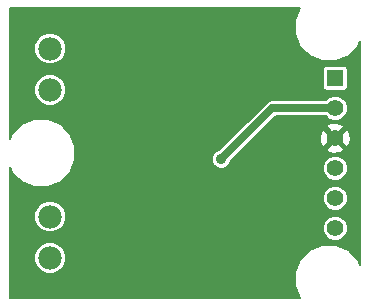
<source format=gbl>
%FSLAX46Y46*%
G04 Gerber Fmt 4.6, Leading zero omitted, Abs format (unit mm)*
G04 Created by KiCad (PCBNEW (2014-07-09 BZR 4988)-product) date Wed 13 Aug 2014 10:14:38 AM PDT*
%MOMM*%
G01*
G04 APERTURE LIST*
%ADD10C,0.050000*%
%ADD11R,1.397000X1.397000*%
%ADD12C,1.397000*%
%ADD13C,1.968500*%
%ADD14C,0.889000*%
%ADD15C,0.635000*%
%ADD16C,0.203200*%
G04 APERTURE END LIST*
D10*
D11*
X129540000Y-95250000D03*
D12*
X129540000Y-97790000D03*
X129540000Y-100330000D03*
X129540000Y-102870000D03*
X129540000Y-105410000D03*
X129540000Y-107950000D03*
D13*
X105410000Y-92738000D03*
X105410000Y-96238000D03*
X105410000Y-106962000D03*
X105410000Y-110462000D03*
D14*
X119888000Y-102108000D03*
D15*
X129540000Y-97790000D02*
X124206000Y-97790000D01*
X124206000Y-97790000D02*
X119888000Y-102108000D01*
D16*
G36*
X131674400Y-111080552D02*
X131488201Y-110629917D01*
X130863958Y-110004583D01*
X130863958Y-100491124D01*
X130824838Y-99972202D01*
X130701519Y-99674484D01*
X130594283Y-99643530D01*
X130594283Y-97581246D01*
X130594100Y-97580803D01*
X130594100Y-96019233D01*
X130594100Y-95877767D01*
X130594100Y-94480767D01*
X130539963Y-94350069D01*
X130439931Y-94250037D01*
X130309233Y-94195900D01*
X130167767Y-94195900D01*
X128770767Y-94195900D01*
X128640069Y-94250037D01*
X128540037Y-94350069D01*
X128485900Y-94480767D01*
X128485900Y-94622233D01*
X128485900Y-96019233D01*
X128540037Y-96149931D01*
X128640069Y-96249963D01*
X128770767Y-96304100D01*
X128912233Y-96304100D01*
X130309233Y-96304100D01*
X130439931Y-96249963D01*
X130539963Y-96149931D01*
X130594100Y-96019233D01*
X130594100Y-97580803D01*
X130434144Y-97193680D01*
X130137879Y-96896899D01*
X129750593Y-96736083D01*
X129331246Y-96735717D01*
X128943680Y-96895856D01*
X128722251Y-97116900D01*
X124206000Y-97116900D01*
X123948416Y-97168137D01*
X123730046Y-97314046D01*
X123730043Y-97314049D01*
X119736325Y-101307766D01*
X119729548Y-101307761D01*
X119435372Y-101429313D01*
X119210104Y-101654188D01*
X119088039Y-101948152D01*
X119087761Y-102266452D01*
X119209313Y-102560628D01*
X119434188Y-102785896D01*
X119728152Y-102907961D01*
X120046452Y-102908239D01*
X120340628Y-102786687D01*
X120565896Y-102561812D01*
X120687961Y-102267848D01*
X120687967Y-102259940D01*
X124484807Y-98463100D01*
X128722502Y-98463100D01*
X128942121Y-98683101D01*
X129329407Y-98843917D01*
X129748754Y-98844283D01*
X130136320Y-98684144D01*
X130433101Y-98387879D01*
X130593917Y-98000593D01*
X130594283Y-97581246D01*
X130594283Y-99643530D01*
X130476107Y-99609419D01*
X130260581Y-99824945D01*
X130260581Y-99393893D01*
X130195516Y-99168481D01*
X129701124Y-99006042D01*
X129182202Y-99045162D01*
X128884484Y-99168481D01*
X128819419Y-99393893D01*
X129540000Y-100114474D01*
X130260581Y-99393893D01*
X130260581Y-99824945D01*
X129755526Y-100330000D01*
X130476107Y-101050581D01*
X130701519Y-100985516D01*
X130863958Y-100491124D01*
X130863958Y-110004583D01*
X130674367Y-109814661D01*
X130594283Y-109781407D01*
X130594283Y-107741246D01*
X130594283Y-105201246D01*
X130594283Y-102661246D01*
X130434144Y-102273680D01*
X130260581Y-102099814D01*
X130260581Y-101266107D01*
X129540000Y-100545526D01*
X129324474Y-100761052D01*
X129324474Y-100330000D01*
X128603893Y-99609419D01*
X128378481Y-99674484D01*
X128216042Y-100168876D01*
X128255162Y-100687798D01*
X128378481Y-100985516D01*
X128603893Y-101050581D01*
X129324474Y-100330000D01*
X129324474Y-100761052D01*
X128819419Y-101266107D01*
X128884484Y-101491519D01*
X129378876Y-101653958D01*
X129897798Y-101614838D01*
X130195516Y-101491519D01*
X130260581Y-101266107D01*
X130260581Y-102099814D01*
X130137879Y-101976899D01*
X129750593Y-101816083D01*
X129331246Y-101815717D01*
X128943680Y-101975856D01*
X128646899Y-102272121D01*
X128486083Y-102659407D01*
X128485717Y-103078754D01*
X128645856Y-103466320D01*
X128942121Y-103763101D01*
X129329407Y-103923917D01*
X129748754Y-103924283D01*
X130136320Y-103764144D01*
X130433101Y-103467879D01*
X130593917Y-103080593D01*
X130594283Y-102661246D01*
X130594283Y-105201246D01*
X130434144Y-104813680D01*
X130137879Y-104516899D01*
X129750593Y-104356083D01*
X129331246Y-104355717D01*
X128943680Y-104515856D01*
X128646899Y-104812121D01*
X128486083Y-105199407D01*
X128485717Y-105618754D01*
X128645856Y-106006320D01*
X128942121Y-106303101D01*
X129329407Y-106463917D01*
X129748754Y-106464283D01*
X130136320Y-106304144D01*
X130433101Y-106007879D01*
X130593917Y-105620593D01*
X130594283Y-105201246D01*
X130594283Y-107741246D01*
X130434144Y-107353680D01*
X130137879Y-107056899D01*
X129750593Y-106896083D01*
X129331246Y-106895717D01*
X128943680Y-107055856D01*
X128646899Y-107352121D01*
X128486083Y-107739407D01*
X128485717Y-108158754D01*
X128645856Y-108546320D01*
X128942121Y-108843101D01*
X129329407Y-109003917D01*
X129748754Y-109004283D01*
X130136320Y-108844144D01*
X130433101Y-108547879D01*
X130593917Y-108160593D01*
X130594283Y-107741246D01*
X130594283Y-109781407D01*
X129610497Y-109372904D01*
X128458556Y-109371899D01*
X127393917Y-109811799D01*
X126578661Y-110625633D01*
X126136904Y-111689503D01*
X126135899Y-112841444D01*
X126570971Y-113894400D01*
X106750082Y-113894400D01*
X106750082Y-110196657D01*
X106750082Y-106696657D01*
X106546532Y-106204028D01*
X106169955Y-105826793D01*
X105677682Y-105622383D01*
X105144657Y-105621918D01*
X104652028Y-105825468D01*
X104274793Y-106202045D01*
X104070383Y-106694318D01*
X104069918Y-107227343D01*
X104273468Y-107719972D01*
X104650045Y-108097207D01*
X105142318Y-108301617D01*
X105675343Y-108302082D01*
X106167972Y-108098532D01*
X106545207Y-107721955D01*
X106749617Y-107229682D01*
X106750082Y-106696657D01*
X106750082Y-110196657D01*
X106546532Y-109704028D01*
X106169955Y-109326793D01*
X105677682Y-109122383D01*
X105144657Y-109121918D01*
X104652028Y-109325468D01*
X104274793Y-109702045D01*
X104070383Y-110194318D01*
X104069918Y-110727343D01*
X104273468Y-111219972D01*
X104650045Y-111597207D01*
X105142318Y-111801617D01*
X105675343Y-111802082D01*
X106167972Y-111598532D01*
X106545207Y-111221955D01*
X106749617Y-110729682D01*
X106750082Y-110196657D01*
X106750082Y-113894400D01*
X102005600Y-113894400D01*
X102005600Y-102787447D01*
X102191799Y-103238083D01*
X103005633Y-104053339D01*
X104069503Y-104495096D01*
X105221444Y-104496101D01*
X106286083Y-104056201D01*
X107101339Y-103242367D01*
X107543096Y-102178497D01*
X107544101Y-101026556D01*
X107104201Y-99961917D01*
X106750082Y-99607179D01*
X106750082Y-95972657D01*
X106750082Y-92472657D01*
X106546532Y-91980028D01*
X106169955Y-91602793D01*
X105677682Y-91398383D01*
X105144657Y-91397918D01*
X104652028Y-91601468D01*
X104274793Y-91978045D01*
X104070383Y-92470318D01*
X104069918Y-93003343D01*
X104273468Y-93495972D01*
X104650045Y-93873207D01*
X105142318Y-94077617D01*
X105675343Y-94078082D01*
X106167972Y-93874532D01*
X106545207Y-93497955D01*
X106749617Y-93005682D01*
X106750082Y-92472657D01*
X106750082Y-95972657D01*
X106546532Y-95480028D01*
X106169955Y-95102793D01*
X105677682Y-94898383D01*
X105144657Y-94897918D01*
X104652028Y-95101468D01*
X104274793Y-95478045D01*
X104070383Y-95970318D01*
X104069918Y-96503343D01*
X104273468Y-96995972D01*
X104650045Y-97373207D01*
X105142318Y-97577617D01*
X105675343Y-97578082D01*
X106167972Y-97374532D01*
X106545207Y-96997955D01*
X106749617Y-96505682D01*
X106750082Y-95972657D01*
X106750082Y-99607179D01*
X106290367Y-99146661D01*
X105226497Y-98704904D01*
X104074556Y-98703899D01*
X103009917Y-99143799D01*
X102194661Y-99957633D01*
X102005600Y-100412942D01*
X102005600Y-89305600D01*
X126572030Y-89305600D01*
X126136904Y-90353503D01*
X126135899Y-91505444D01*
X126575799Y-92570083D01*
X127389633Y-93385339D01*
X128453503Y-93827096D01*
X129605444Y-93828101D01*
X130670083Y-93388201D01*
X131485339Y-92574367D01*
X131674400Y-92119057D01*
X131674400Y-111080552D01*
X131674400Y-111080552D01*
G37*
X131674400Y-111080552D02*
X131488201Y-110629917D01*
X130863958Y-110004583D01*
X130863958Y-100491124D01*
X130824838Y-99972202D01*
X130701519Y-99674484D01*
X130594283Y-99643530D01*
X130594283Y-97581246D01*
X130594100Y-97580803D01*
X130594100Y-96019233D01*
X130594100Y-95877767D01*
X130594100Y-94480767D01*
X130539963Y-94350069D01*
X130439931Y-94250037D01*
X130309233Y-94195900D01*
X130167767Y-94195900D01*
X128770767Y-94195900D01*
X128640069Y-94250037D01*
X128540037Y-94350069D01*
X128485900Y-94480767D01*
X128485900Y-94622233D01*
X128485900Y-96019233D01*
X128540037Y-96149931D01*
X128640069Y-96249963D01*
X128770767Y-96304100D01*
X128912233Y-96304100D01*
X130309233Y-96304100D01*
X130439931Y-96249963D01*
X130539963Y-96149931D01*
X130594100Y-96019233D01*
X130594100Y-97580803D01*
X130434144Y-97193680D01*
X130137879Y-96896899D01*
X129750593Y-96736083D01*
X129331246Y-96735717D01*
X128943680Y-96895856D01*
X128722251Y-97116900D01*
X124206000Y-97116900D01*
X123948416Y-97168137D01*
X123730046Y-97314046D01*
X123730043Y-97314049D01*
X119736325Y-101307766D01*
X119729548Y-101307761D01*
X119435372Y-101429313D01*
X119210104Y-101654188D01*
X119088039Y-101948152D01*
X119087761Y-102266452D01*
X119209313Y-102560628D01*
X119434188Y-102785896D01*
X119728152Y-102907961D01*
X120046452Y-102908239D01*
X120340628Y-102786687D01*
X120565896Y-102561812D01*
X120687961Y-102267848D01*
X120687967Y-102259940D01*
X124484807Y-98463100D01*
X128722502Y-98463100D01*
X128942121Y-98683101D01*
X129329407Y-98843917D01*
X129748754Y-98844283D01*
X130136320Y-98684144D01*
X130433101Y-98387879D01*
X130593917Y-98000593D01*
X130594283Y-97581246D01*
X130594283Y-99643530D01*
X130476107Y-99609419D01*
X130260581Y-99824945D01*
X130260581Y-99393893D01*
X130195516Y-99168481D01*
X129701124Y-99006042D01*
X129182202Y-99045162D01*
X128884484Y-99168481D01*
X128819419Y-99393893D01*
X129540000Y-100114474D01*
X130260581Y-99393893D01*
X130260581Y-99824945D01*
X129755526Y-100330000D01*
X130476107Y-101050581D01*
X130701519Y-100985516D01*
X130863958Y-100491124D01*
X130863958Y-110004583D01*
X130674367Y-109814661D01*
X130594283Y-109781407D01*
X130594283Y-107741246D01*
X130594283Y-105201246D01*
X130594283Y-102661246D01*
X130434144Y-102273680D01*
X130260581Y-102099814D01*
X130260581Y-101266107D01*
X129540000Y-100545526D01*
X129324474Y-100761052D01*
X129324474Y-100330000D01*
X128603893Y-99609419D01*
X128378481Y-99674484D01*
X128216042Y-100168876D01*
X128255162Y-100687798D01*
X128378481Y-100985516D01*
X128603893Y-101050581D01*
X129324474Y-100330000D01*
X129324474Y-100761052D01*
X128819419Y-101266107D01*
X128884484Y-101491519D01*
X129378876Y-101653958D01*
X129897798Y-101614838D01*
X130195516Y-101491519D01*
X130260581Y-101266107D01*
X130260581Y-102099814D01*
X130137879Y-101976899D01*
X129750593Y-101816083D01*
X129331246Y-101815717D01*
X128943680Y-101975856D01*
X128646899Y-102272121D01*
X128486083Y-102659407D01*
X128485717Y-103078754D01*
X128645856Y-103466320D01*
X128942121Y-103763101D01*
X129329407Y-103923917D01*
X129748754Y-103924283D01*
X130136320Y-103764144D01*
X130433101Y-103467879D01*
X130593917Y-103080593D01*
X130594283Y-102661246D01*
X130594283Y-105201246D01*
X130434144Y-104813680D01*
X130137879Y-104516899D01*
X129750593Y-104356083D01*
X129331246Y-104355717D01*
X128943680Y-104515856D01*
X128646899Y-104812121D01*
X128486083Y-105199407D01*
X128485717Y-105618754D01*
X128645856Y-106006320D01*
X128942121Y-106303101D01*
X129329407Y-106463917D01*
X129748754Y-106464283D01*
X130136320Y-106304144D01*
X130433101Y-106007879D01*
X130593917Y-105620593D01*
X130594283Y-105201246D01*
X130594283Y-107741246D01*
X130434144Y-107353680D01*
X130137879Y-107056899D01*
X129750593Y-106896083D01*
X129331246Y-106895717D01*
X128943680Y-107055856D01*
X128646899Y-107352121D01*
X128486083Y-107739407D01*
X128485717Y-108158754D01*
X128645856Y-108546320D01*
X128942121Y-108843101D01*
X129329407Y-109003917D01*
X129748754Y-109004283D01*
X130136320Y-108844144D01*
X130433101Y-108547879D01*
X130593917Y-108160593D01*
X130594283Y-107741246D01*
X130594283Y-109781407D01*
X129610497Y-109372904D01*
X128458556Y-109371899D01*
X127393917Y-109811799D01*
X126578661Y-110625633D01*
X126136904Y-111689503D01*
X126135899Y-112841444D01*
X126570971Y-113894400D01*
X106750082Y-113894400D01*
X106750082Y-110196657D01*
X106750082Y-106696657D01*
X106546532Y-106204028D01*
X106169955Y-105826793D01*
X105677682Y-105622383D01*
X105144657Y-105621918D01*
X104652028Y-105825468D01*
X104274793Y-106202045D01*
X104070383Y-106694318D01*
X104069918Y-107227343D01*
X104273468Y-107719972D01*
X104650045Y-108097207D01*
X105142318Y-108301617D01*
X105675343Y-108302082D01*
X106167972Y-108098532D01*
X106545207Y-107721955D01*
X106749617Y-107229682D01*
X106750082Y-106696657D01*
X106750082Y-110196657D01*
X106546532Y-109704028D01*
X106169955Y-109326793D01*
X105677682Y-109122383D01*
X105144657Y-109121918D01*
X104652028Y-109325468D01*
X104274793Y-109702045D01*
X104070383Y-110194318D01*
X104069918Y-110727343D01*
X104273468Y-111219972D01*
X104650045Y-111597207D01*
X105142318Y-111801617D01*
X105675343Y-111802082D01*
X106167972Y-111598532D01*
X106545207Y-111221955D01*
X106749617Y-110729682D01*
X106750082Y-110196657D01*
X106750082Y-113894400D01*
X102005600Y-113894400D01*
X102005600Y-102787447D01*
X102191799Y-103238083D01*
X103005633Y-104053339D01*
X104069503Y-104495096D01*
X105221444Y-104496101D01*
X106286083Y-104056201D01*
X107101339Y-103242367D01*
X107543096Y-102178497D01*
X107544101Y-101026556D01*
X107104201Y-99961917D01*
X106750082Y-99607179D01*
X106750082Y-95972657D01*
X106750082Y-92472657D01*
X106546532Y-91980028D01*
X106169955Y-91602793D01*
X105677682Y-91398383D01*
X105144657Y-91397918D01*
X104652028Y-91601468D01*
X104274793Y-91978045D01*
X104070383Y-92470318D01*
X104069918Y-93003343D01*
X104273468Y-93495972D01*
X104650045Y-93873207D01*
X105142318Y-94077617D01*
X105675343Y-94078082D01*
X106167972Y-93874532D01*
X106545207Y-93497955D01*
X106749617Y-93005682D01*
X106750082Y-92472657D01*
X106750082Y-95972657D01*
X106546532Y-95480028D01*
X106169955Y-95102793D01*
X105677682Y-94898383D01*
X105144657Y-94897918D01*
X104652028Y-95101468D01*
X104274793Y-95478045D01*
X104070383Y-95970318D01*
X104069918Y-96503343D01*
X104273468Y-96995972D01*
X104650045Y-97373207D01*
X105142318Y-97577617D01*
X105675343Y-97578082D01*
X106167972Y-97374532D01*
X106545207Y-96997955D01*
X106749617Y-96505682D01*
X106750082Y-95972657D01*
X106750082Y-99607179D01*
X106290367Y-99146661D01*
X105226497Y-98704904D01*
X104074556Y-98703899D01*
X103009917Y-99143799D01*
X102194661Y-99957633D01*
X102005600Y-100412942D01*
X102005600Y-89305600D01*
X126572030Y-89305600D01*
X126136904Y-90353503D01*
X126135899Y-91505444D01*
X126575799Y-92570083D01*
X127389633Y-93385339D01*
X128453503Y-93827096D01*
X129605444Y-93828101D01*
X130670083Y-93388201D01*
X131485339Y-92574367D01*
X131674400Y-92119057D01*
X131674400Y-111080552D01*
M02*

</source>
